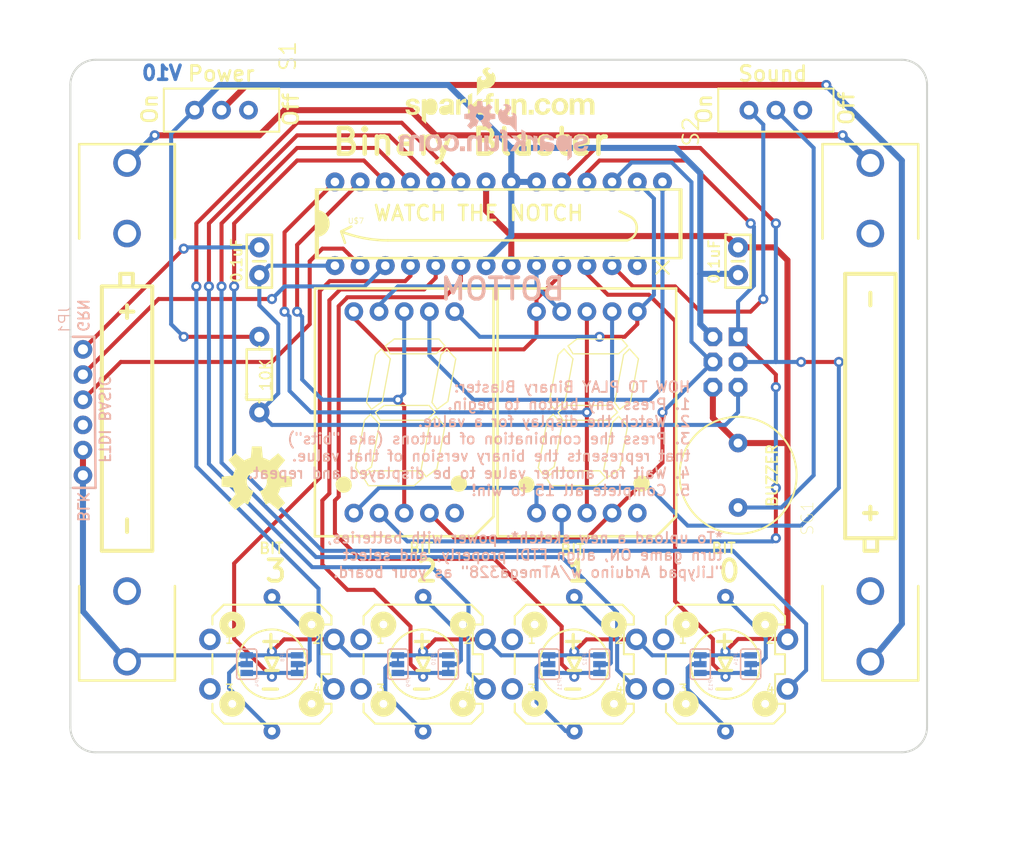
<source format=kicad_pcb>
(kicad_pcb (version 20211014) (generator pcbnew)
  (layers (0 "F.Cu" signal) (31 "B.Cu" signal) (34 "B.Paste" user) (35 "F.Paste" user) (36 "B.SilkS" user "B.Silkscreen") (37 "F.SilkS" user "F.Silkscreen") (38 "B.Mask" user) (39 "F.Mask" user) (44 "Edge.Cuts" user))
  (net 0 "")
  (net 1 "GND")
  (net 2 "3.3V")
  (net 3 "N$2")
  (net 4 "RESET")
  (net 5 "DTR")
  (net 6 "RX-I")
  (net 7 "TX-O")
  (net 8 "N$4")
  (net 9 "LED0")
  (net 10 "LED1")
  (net 11 "LED2")
  (net 12 "LED3")
  (net 13 "BUTTON0")
  (net 14 "BUTTON1")
  (net 15 "BUTTON2")
  (net 16 "BUTTON3")
  (net 17 "A")
  (net 18 "B")
  (net 19 "C")
  (net 20 "D")
  (net 21 "E")
  (net 22 "F")
  (net 23 "G")
  (net 24 "D1")
  (net 25 "D2")
  (net 26 "N$1")
  (net 27 "N$3")
  (footprint "boardEagle:TACTILE-PTH-LED-12MM-EZ" (layer "F.Cu") (at 171.3611 131.0386)
    (fp_text reference "S6" hide)
    (fp_text value "" hide)
  )
  (footprint "boardEagle:TACTILE-PTH-LED-12MM-EZ" (layer "F.Cu") (at 156.1211 131.0386)
    (fp_text reference "S5" hide)
    (fp_text value "" hide)
  )
  (footprint "boardEagle:STAND-OFF" (layer "F.Cu") (at 187.8711 73.8886)
    (fp_text reference "JP6" hide)
    (fp_text value "STAND-OFF" hide)
  )
  (footprint "boardEagle:BATTERY-AA-KIT" (layer "F.Cu") (at 185.9661 105.6386 90)
    (fp_text reference "BAT2" hide)
    (fp_text value "AA" hide)
  )
  (footprint "boardEagle:DIL28-3_KEYED-14" (layer "F.Cu") (at 148.5011 86.5886)
    (fp_text reference "U$7")
    (fp_text value "AVR-MEGA8-P-KEYED-14")
  )
  (footprint "boardEagle:SWITCH-SPDT_KIT" (layer "F.Cu") (at 176.4411 75.1586 90)
    (fp_text reference "S2")
    (fp_text value "")
  )
  (footprint "boardEagle:CAP-PTH-SMALL-KIT" (layer "F.Cu") (at 124.3711 90.3986 -90)
    (fp_text reference "C2" hide)
    (fp_text value "0.1uF" hide)
  )
  (footprint "boardEagle:SFE-NEW-WEBLOGO" (layer "F.Cu") (at 139.1031 76.5556)
    (fp_text reference "LOGO1" hide)
    (fp_text value "LOGO-SFENEW" hide)
  )
  (footprint "boardEagle:STAND-OFF" (layer "F.Cu") (at 187.8711 136.1186)
    (fp_text reference "JP2" hide)
    (fp_text value "STAND-OFF" hide)
  )
  (footprint "boardEagle:BUZZER-12MM-KIT" (layer "F.Cu") (at 172.6311 111.9886 -90)
    (fp_text reference "SG1")
    (fp_text value "BUZZER" hide)
  )
  (footprint "boardEagle:STAND-OFF" (layer "F.Cu") (at 109.1311 73.8886)
    (fp_text reference "JP5" hide)
    (fp_text value "STAND-OFF" hide)
  )
  (footprint "boardEagle:AXIAL-0.3-KIT" (layer "F.Cu") (at 124.3711 101.8286 90)
    (fp_text reference "R1")
    (fp_text value "10K")
  )
  (footprint "boardEagle:BATTERY-AA-KIT" (layer "F.Cu") (at 111.0361 105.6386 -90)
    (fp_text reference "BAT1" hide)
    (fp_text value "AA" hide)
  )
  (footprint "boardEagle:CREATIVE_COMMONS" (layer "F.Cu") (at 118.548978 148.8186)
    (fp_text reference "FRAME1" hide)
    (fp_text value "FRAME-LETTER" hide)
  )
  (footprint "boardEagle:OSHW-LOGO-L" (layer "F.Cu") (at 124.1171 112.6236)
    (fp_text reference "U$2" hide)
    (fp_text value "OSHW-LOGOL" hide)
  )
  (footprint "boardEagle:TACTILE-PTH-LED-12MM-EZ" (layer "F.Cu") (at 140.8811 131.0386)
    (fp_text reference "S4" hide)
    (fp_text value "" hide)
  )
  (footprint "boardEagle:SWITCH-SPDT_KIT" (layer "F.Cu") (at 120.5611 75.1586 -90)
    (fp_text reference "S1")
    (fp_text value "Power")
  )
  (footprint "boardEagle:7-SEGMENT-1_PTH-EZ" (layer "F.Cu") (at 138.9761 105.6386)
    (fp_text reference "U$1" hide)
    (fp_text value "7-SEGMENT-DISPLAY-1\"-REDEZ" hide)
  )
  (footprint "boardEagle:CAP-PTH-SMALL-KIT" (layer "F.Cu") (at 172.6311 90.3986 -90)
    (fp_text reference "C1" hide)
    (fp_text value "0.1uF" hide)
  )
  (footprint "boardEagle:TACTILE-PTH-LED-12MM-EZ" (layer "F.Cu") (at 125.6411 131.0386)
    (fp_text reference "S3" hide)
    (fp_text value "" hide)
  )
  (footprint "" (layer "F.Cu") (at 172.6311 111.9886)
    (fp_text reference "@HOLE0" hide)
    (fp_text value "")
  )
  (footprint "boardEagle:7-SEGMENT-1_PTH-EZ" (layer "F.Cu") (at 157.3911 105.6386)
    (fp_text reference "U$6" hide)
    (fp_text value "7-SEGMENT-DISPLAY-1\"-REDEZ" hide)
  )
  (footprint "boardEagle:STAND-OFF" (layer "F.Cu") (at 109.1311 136.1186)
    (fp_text reference "JP7" hide)
    (fp_text value "STAND-OFF" hide)
  )
  (footprint "boardEagle:SJ_3" (layer "B.Cu") (at 138.3411 131.0386 90)
    (fp_text reference "JP9")
    (fp_text value "")
  )
  (footprint "boardEagle:SJ_3" (layer "B.Cu") (at 168.8211 131.0386 90)
    (fp_text reference "JP13")
    (fp_text value "")
  )
  (footprint "boardEagle:1X06-NOSILK" (layer "B.Cu") (at 106.5911 99.2886 -90)
    (fp_text reference "JP1")
    (fp_text value "Serial" hide)
  )
  (footprint "boardEagle:SJ_3" (layer "B.Cu") (at 123.1011 131.0386 90)
    (fp_text reference "JP4")
    (fp_text value "")
  )
  (footprint "boardEagle:SJ_3" (layer "B.Cu") (at 173.9011 131.0386 -90)
    (fp_text reference "JP14")
    (fp_text value "")
  )
  (footprint "boardEagle:OSHW-LOGO-S" (layer "B.Cu") (at 146.5961 75.7936 180)
    (fp_text reference "U$3" hide)
    (fp_text value "OSHW-LOGOS" hide)
  )
  (footprint "boardEagle:SJ_3" (layer "B.Cu") (at 143.4211 131.0386 -90)
    (fp_text reference "JP10")
    (fp_text value "")
  )
  (footprint "boardEagle:SJ_3" (layer "B.Cu") (at 128.1811 131.0386 -90)
    (fp_text reference "JP8")
    (fp_text value "")
  )
  (footprint "boardEagle:SJ_3" (layer "B.Cu") (at 158.6611 131.0386 -90)
    (fp_text reference "JP12")
    (fp_text value "")
  )
  (footprint "boardEagle:SFE-NEW-WEBLOGO" (layer "B.Cu") (at 157.5181 80.2386 180)
    (fp_text reference "LOGO2" hide)
    (fp_text value "LOGO-SFENEW" hide)
  )
  (footprint "boardEagle:SJ_3" (layer "B.Cu") (at 153.5811 131.0386 90)
    (fp_text reference "JP11")
    (fp_text value "")
  )
  (footprint "boardEagle:2X3-NS" (layer "B.Cu") (at 171.3611 100.5586 -90)
    (fp_text reference "JP3" hide)
    (fp_text value "" hide)
  )
  (gr_line (start 107.7341 98.0186) (end 107.8611 113.2586) (layer "B.SilkS") (width 0.254))
  (gr_line (start 105.5751 113.2586) (end 107.8611 113.2586) (layer "B.SilkS") (width 0.254))
  (gr_line (start 105.5751 98.0186) (end 107.7341 98.0186) (layer "B.SilkS") (width 0.254))
  (gr_line (start 132.6261 87.4014) (end 133.0071 88.5444) (layer "F.SilkS") (width 0.254))
  (gr_arc (start 161.7091 85.8774) (mid 162.418206 87.171912) (end 161.4551 88.290402) (layer "F.SilkS") (width 0.254))
  (gr_arc (start 137.3251 88.2904) (mid 134.933922 88.066196) (end 132.6261 87.4014) (layer "F.SilkS") (width 0.254))
  (gr_line (start 132.6261 87.4014) (end 133.6421 86.8934) (layer "F.SilkS") (width 0.254))
  (gr_line (start 161.4551 88.2904) (end 137.3251 88.2904) (layer "F.SilkS") (width 0.254))
  (gr_line (start 160.6931 85.3694) (end 161.7091 85.8774) (layer "F.SilkS") (width 0.254))
  (gr_arc (start 191.6811 137.3886) (mid 190.937151 139.184651) (end 189.1411 139.9286) (layer "Edge.Cuts") (width 0.2032))
  (gr_line (start 107.8611 139.9286) (end 189.1411 139.9286) (layer "Edge.Cuts") (width 0.2032))
  (gr_line (start 105.3211 72.6186) (end 105.3211 137.3886) (layer "Edge.Cuts") (width 0.2032))
  (gr_line (start 191.6811 137.3886) (end 191.6811 72.6186) (layer "Edge.Cuts") (width 0.2032))
  (gr_line (start 189.1411 70.0786) (end 107.8611 70.0786) (layer "Edge.Cuts") (width 0.2032))
  (gr_arc (start 189.1411 70.0786) (mid 190.937151 70.822549) (end 191.6811 72.6186) (layer "Edge.Cuts") (width 0.2032))
  (gr_arc (start 105.3211 72.6186) (mid 106.065049 70.822549) (end 107.8611 70.0786) (layer "Edge.Cuts") (width 0.2032))
  (gr_arc (start 107.8611 139.9286) (mid 106.065049 139.184651) (end 105.3211 137.3886) (layer "Edge.Cuts") (width 0.2032))
  (gr_text "V10" (at 116.7511 72.2376) (layer "B.Cu") (effects (font (size 1.4224 1.4224) (thickness 0.3556)) (justify left bottom mirror)))
  (gr_text "HOW TO PLAY Binary Blaster:\n1. Press any button to begin.\n2. Watch the display for a value.\n3. Press the combination of buttons (aka \"bits\")\nthat represents the binary version of that value.\n4. Wait for another value to be displayed and repeat.\n5. Complete all 15 to win!" (at 167.9321 114.1476) (layer "B.SilkS") (effects (font (size 1.0795 1.0795) (thickness 0.1905)) (justify left bottom mirror)))
  (gr_text "FTDI BASIC" (at 108.1151 110.8456 -90) (layer "B.SilkS") (effects (font (size 1.0795 1.0795) (thickness 0.1905)) (justify left bottom mirror)))
  (gr_text "*To upload a new sketch*: power with batteries, \nturn game ON, align FTDI properly, and select \n\"Lilypad Arduino w/ATmega328\" as your board." (at 171.2341 122.4026) (layer "B.SilkS") (effects (font (size 1.0795 1.0795) (thickness 0.1905)) (justify left bottom mirror)))
  (gr_text "BOTTOM" (at 155.3591 94.4626) (layer "B.SilkS") (effects (font (size 2.159 2.159) (thickness 0.381)) (justify left bottom mirror)))
  (gr_text "GRN" (at 105.9561 97.6376 -90) (layer "B.SilkS") (effects (font (size 1.0795 1.0795) (thickness 0.1905)) (justify left bottom mirror)))
  (gr_text "BLK" (at 105.9561 116.8146 -90) (layer "B.SilkS") (effects (font (size 1.0795 1.0795) (thickness 0.1905)) (justify left bottom mirror)))
  (gr_text "2" (at 139.9921 122.9106) (layer "F.SilkS") (effects (font (size 2.159 2.159) (thickness 0.381)) (justify left bottom)))
  (gr_text "0.1uF" (at 122.7201 92.6846 90) (layer "F.SilkS") (effects (font (size 1.0795 1.0795) (thickness 0.1905)) (justify left bottom)))
  (gr_text "1" (at 155.2321 122.9106) (layer "F.SilkS") (effects (font (size 2.159 2.159) (thickness 0.381)) (justify left bottom)))
  (gr_text "BIT" (at 154.5971 120.1166) (layer "F.SilkS") (effects (font (size 1.0795 1.0795) (thickness 0.1905)) (justify left bottom)))
  (gr_text "Binary Blaster" (at 131.4831 79.883) (layer "F.SilkS") (effects (font (size 2.5908 2.5908) (thickness 0.4572)) (justify left bottom)))
  (gr_text "BIT" (at 124.2441 119.9896) (layer "F.SilkS") (effects (font (size 1.0795 1.0795) (thickness 0.1905)) (justify left bottom)))
  (gr_text "Off" (at 128.4351 76.9366 90) (layer "F.SilkS") (effects (font (size 1.5113 1.5113) (thickness 0.2667)) (justify left bottom)))
  (gr_text "0.1uF" (at 170.8531 92.8116 90) (layer "F.SilkS") (effects (font (size 1.0795 1.0795) (thickness 0.1905)) (justify left bottom)))
  (gr_text "On" (at 170.0911 76.6826 90) (layer "F.SilkS") (effects (font (size 1.5113 1.5113) (thickness 0.2667)) (justify left bottom)))
  (gr_text "Power" (at 117.0051 72.3646) (layer "F.SilkS") (effects (font (size 1.5113 1.5113) (thickness 0.2667)) (justify left bottom)))
  (gr_text "BUZZER" (at 176.6951 115.2906 90) (layer "F.SilkS") (effects (font (size 1.0795 1.0795) (thickness 0.1905)) (justify left bottom)))
  (gr_text "0" (at 170.4721 122.9106) (layer "F.SilkS") (effects (font (size 2.159 2.159) (thickness 0.381)) (justify left bottom)))
  (gr_text "Off" (at 184.4421 76.8096 90) (layer "F.SilkS") (effects (font (size 1.5113 1.5113) (thickness 0.2667)) (justify left bottom)))
  (gr_text "WATCH THE NOTCH" (at 135.7503 86.4362) (layer "F.SilkS") (effects (font (size 1.5113 1.5113) (thickness 0.2667)) (justify left bottom)))
  (gr_text "On" (at 114.2111 76.6826 90) (layer "F.SilkS") (effects (font (size 1.5113 1.5113) (thickness 0.2667)) (justify left bottom)))
  (gr_text "BIT" (at 169.8371 119.9896) (layer "F.SilkS") (effects (font (size 1.0795 1.0795) (thickness 0.1905)) (justify left bottom)))
  (gr_text "3" (at 124.7521 122.9106) (layer "F.SilkS") (effects (font (size 2.159 2.159) (thickness 0.381)) (justify left bottom)))
  (gr_text "Sound" (at 172.5041 72.3646) (layer "F.SilkS") (effects (font (size 1.5113 1.5113) (thickness 0.2667)) (justify left bottom)))
  (gr_text "BIT" (at 139.3571 119.9896) (layer "F.SilkS") (effects (font (size 1.0795 1.0795) (thickness 0.1905)) (justify left bottom)))
  (segment (start 131.8911 128.5386) (end 126.8711 128.5386) (width 0.4064) (layer "F.Cu") (net 1))
  (segment (start 147.1311 128.5386) (end 142.1111 128.5386) (width 0.4064) (layer "F.Cu") (net 1))
  (segment (start 126.8711 128.5386) (end 125.6411 129.7686) (width 0.4064) (layer "F.Cu") (net 1))
  (segment (start 177.5711 128.4986) (end 177.6111 128.5386) (width 0.4064) (layer "F.Cu") (net 1))
  (segment (start 177.6111 90.2986) (end 177.6111 108.7386) (width 0.6096) (layer "F.Cu") (net 1))
  (segment (start 170.0911 106.1986) (end 172.6311 108.7386) (width 0.6096) (layer "F.Cu") (net 1))
  (segment (start 171.3611 129.7686) (end 172.6311 128.4986) (width 0.4064) (layer "F.Cu") (net 1))
  (segment (start 171.4881 87.8586) (end 172.6311 89.0016) (width 0.6096) (layer "F.Cu") (net 1))
  (segment (start 172.6311 128.4986) (end 177.5711 128.4986) (width 0.4064) (layer "F.Cu") (net 1))
  (segment (start 172.6311 89.0016) (end 176.3141 89.0016) (width 0.6096) (layer "F.Cu") (net 1))
  (segment (start 156.1211 129.7686) (end 157.3511 128.5386) (width 0.4064) (layer "F.Cu") (net 1))
  (segment (start 170.0911 103.0986) (end 170.0911 106.1986) (width 0.6096) (layer "F.Cu") (net 1))
  (segment (start 177.6111 90.2986) (end 176.3141 89.0016) (width 0.6096) (layer "F.Cu") (net 1))
  (segment (start 172.6311 108.7386) (end 177.6111 108.7386) (width 0.6096) (layer "F.Cu") (net 1))
  (segment (start 106.5911 111.9886) (end 106.5911 109.4486) (width 0.6096) (layer "F.Cu") (net 1))
  (segment (start 147.2311 85.3186) (end 149.7711 87.8586) (width 0.6096) (layer "F.Cu") (net 1))
  (segment (start 177.6111 108.7386) (end 177.6111 128.5386) (width 0.6096) (layer "F.Cu") (net 1))
  (segment (start 157.3511 128.5386) (end 162.3711 128.5386) (width 0.4064) (layer "F.Cu") (net 1))
  (segment (start 142.1111 128.5386) (end 140.8811 129.7686) (width 0.4064) (layer "F.Cu") (net 1))
  (segment (start 149.7711 87.8586) (end 149.7711 90.8431) (width 0.6096) (layer "F.Cu") (net 1))
  (segment (start 149.7711 87.8586) (end 171.4881 87.8586) (width 0.6096) (layer "F.Cu") (net 1))
  (segment (start 147.2311 82.3976) (end 147.2311 85.3186) (width 0.6096) (layer "F.Cu") (net 1))
  (via (at 140.8811 129.7686) (size 1.016) (drill 0.508) (layers "F.Cu" "B.Cu") (net 1))
  (via (at 125.6411 129.7686) (size 1.016) (drill 0.508) (layers "F.Cu" "B.Cu") (net 1))
  (via (at 171.3611 129.7686) (size 1.016) (drill 0.508) (layers "F.Cu" "B.Cu") (net 1))
  (via (at 156.1211 129.7686) (size 1.016) (drill 0.508) (layers "F.Cu" "B.Cu") (net 1))
  (segment (start 133.5021 130.1496) (end 131.8911 128.5386) (width 0.4064) (layer "B.Cu") (net 1))
  (segment (start 171.3611 137.3886) (end 167.5511 133.5786) (width 0.4064) (layer "B.Cu") (net 1))
  (segment (start 155.7401 130.1496) (end 156.1211 129.7686) (width 0.4064) (layer "B.Cu") (net 1))
  (segment (start 126.0221 130.1496) (end 125.6411 129.7686) (width 0.4064) (layer "B.Cu") (net 1))
  (segment (start 156.5021 130.1496) (end 156.1211 129.7686) (width 0.4064) (layer "B.Cu") (net 1))
  (segment (start 138.3411 130.1496) (end 133.5021 130.1496) (width 0.4064) (layer "B.Cu") (net 1))
  (segment (start 153.5811 131.0386) (end 152.6921 131.0386) (width 0.4064) (layer "B.Cu") (net 1))
  (segment (start 173.9011 130.1496) (end 171.7421 130.1496) (width 0.4064) (layer "B.Cu") (net 1))
  (segment (start 140.8811 129.7686) (end 140.5001 130.1496) (width 0.4064) (layer "B.Cu") (net 1))
  (segment (start 122.2121 131.0386) (end 123.1011 131.0386) (width 0.4064) (layer "B.Cu") (net 1))
  (segment (start 152.3111 131.4196) (end 152.3111 134.8486) (width 0.4064) (layer "B.Cu") (net 1))
  (segment (start 138.3411 130.1496) (end 140.5001 130.1496) (width 0.4064) (layer "B.Cu") (net 1))
  (segment (start 125.6411 129.7686) (end 125.2601 130.1496) (width 0.4064) (layer "B.Cu") (net 1))
  (segment (start 171.3611 137.7886) (end 171.3611 137.3886) (width 0.4064) (layer "B.Cu") (net 1))
  (segment (start 128.1811 130.1496) (end 126.0221 130.1496) (width 0.4064) (layer "B.Cu") (net 1))
  (segment (start 111.6711 130.1496) (end 123.1011 130.1496) (width 0.4064) (layer "B.Cu") (net 1))
  (segment (start 123.1011 130.1496) (end 123.1011 131.0386) (width 0.2032) (layer "B.Cu") (net 1))
  (segment (start 121.3231 133.4706) (end 121.3231 131.9276) (width 0.4064) (layer "B.Cu") (net 1))
  (segment (start 148.7421 130.1496) (end 147.1311 128.5386) (width 0.4064) (layer "B.Cu") (net 1))
  (segment (start 155.2511 137.7886) (end 152.3111 134.8486) (width 0.4064) (layer "B.Cu") (net 1))
  (segment (start 153.5811 130.1496) (end 148.7421 130.1496) (width 0.4064) (layer "B.Cu") (net 1))
  (segment (start 167.5511 131.4196) (end 167.5511 133.5786) (width 0.4064) (layer "B.Cu") (net 1))
  (segment (start 138.3411 131.0386) (end 137.4521 131.0386) (width 0.4064) (layer "B.Cu") (net 1))
  (segment (start 123.1011 130.1496) (end 125.2601 130.1496) (width 0.4064) (layer "B.Cu") (net 1))
  (segment (start 106.5911 125.7046) (end 106.5911 111.9886) (width 0.6096) (layer "B.Cu") (net 1))
  (segment (start 137.4521 131.0386) (end 137.0711 131.4196) (width 0.4064) (layer "B.Cu") (net 1))
  (segment (start 156.1211 137.7886) (end 155.2511 137.7886) (width 0.4064) (layer "B.Cu") (net 1))
  (segment (start 152.6921 131.0386) (end 152.3111 131.4196) (width 0.4064) (layer "B.Cu") (net 1))
  (segment (start 171.7421 130.1496) (end 171.3611 129.7686) (width 0.4064) (layer "B.Cu") (net 1))
  (segment (start 111.0361 130.7846) (end 106.5911 125.7046) (width 0.6096) (layer "B.Cu") (net 1))
  (segment (start 143.4211 130.1496) (end 141.2621 130.1496) (width 0.4064) (layer "B.Cu") (net 1))
  (segment (start 170.9801 130.1496) (end 171.3611 129.7686) (width 0.4064) (layer "B.Cu") (net 1))
  (segment (start 111.0361 130.7846) (end 111.6711 130.1496) (width 0.4064) (layer "B.Cu") (net 1))
  (segment (start 137.0711 131.4196) (end 137.0711 133.9786) (width 0.4064) (layer "B.Cu") (net 1))
  (segment (start 153.5811 130.1496) (end 153.5811 131.0386) (width 0.2032) (layer "B.Cu") (net 1))
  (segment (start 167.9321 131.0386) (end 167.5511 131.4196) (width 0.4064) (layer "B.Cu") (net 1))
  (segment (start 168.8211 130.1496) (end 170.9801 130.1496) (width 0.4064) (layer "B.Cu") (net 1))
  (segment (start 125.6411 137.7886) (end 121.3231 133.4706) (width 0.4064) (layer "B.Cu") (net 1))
  (segment (start 168.8211 131.0386) (end 167.9321 131.0386) (width 0.4064) (layer "B.Cu") (net 1))
  (segment (start 137.0711 133.9786) (end 140.8811 137.7886) (width 0.4064) (layer "B.Cu") (net 1))
  (segment (start 138.3411 130.1496) (end 138.3411 131.0386) (width 0.2032) (layer "B.Cu") (net 1))
  (segment (start 141.2621 130.1496) (end 140.8811 129.7686) (width 0.4064) (layer "B.Cu") (net 1))
  (segment (start 168.8211 130.1496) (end 163.9821 130.1496) (width 0.4064) (layer "B.Cu") (net 1))
  (segment (start 158.6611 130.1496) (end 156.5021 130.1496) (width 0.4064) (layer "B.Cu") (net 1))
  (segment (start 168.8211 130.1496) (end 168.8211 131.0386) (width 0.2032) (layer "B.Cu") (net 1))
  (segment (start 121.3231 131.9276) (end 122.2121 131.0386) (width 0.4064) (layer "B.Cu") (net 1))
  (segment (start 153.5811 130.1496) (end 155.7401 130.1496) (width 0.4064) (layer "B.Cu") (net 1))
  (segment (start 163.9821 130.1496) (end 162.3711 128.5386) (width 0.4064) (layer "B.Cu") (net 1))
  (segment (start 124.3711 98.0186) (end 116.7511 98.0186) (width 0.4064) (layer "F.Cu") (net 2))
  (via (at 116.7511 98.0186) (size 1.016) (drill 0.508) (layers "F.Cu" "B.Cu") (net 2))
  (segment (start 143.4211 72.6186) (end 120.3833 72.6186) (width 0.6096) (layer "B.Cu") (net 2))
  (segment (start 172.6311 91.7956) (end 172.5041 91.6686) (width 0.6096) (layer "B.Cu") (net 2))
  (segment (start 147.2311 90.3986) (end 147.2311 90.8431) (width 0.6096) (layer "B.Cu") (net 2))
  (segment (start 170.0911 98.0186) (end 168.8211 96.7486) (width 0.6096) (layer "B.Cu") (net 2))
  (segment (start 166.2811 78.9686) (end 168.8211 81.5086) (width 0.6096) (layer "B.Cu") (net 2))
  (segment (start 149.7711 82.3976) (end 149.7711 78.9686) (width 0.6096) (layer "B.Cu") (net 2))
  (segment (start 149.7711 82.3976) (end 152.3111 82.3976) (width 0.6096) (layer "B.Cu") (net 2))
  (segment (start 116.7511 98.0186) (end 115.4811 96.7486) (width 0.4064) (layer "B.Cu") (net 2))
  (segment (start 120.3833 72.6186) (end 117.8433 75.1586) (width 0.6096) (layer "B.Cu") (net 2))
  (segment (start 149.7711 78.9686) (end 143.4211 72.6186) (width 0.6096) (layer "B.Cu") (net 2))
  (segment (start 166.2811 78.9686) (end 149.7711 78.9686) (width 0.6096) (layer "B.Cu") (net 2))
  (segment (start 172.5041 91.6686) (end 168.8211 91.6686) (width 0.6096) (layer "B.Cu") (net 2))
  (segment (start 115.4811 96.7486) (end 115.4811 77.5208) (width 0.4064) (layer "B.Cu") (net 2))
  (segment (start 168.8211 91.6686) (end 168.8211 81.5086) (width 0.6096) (layer "B.Cu") (net 2))
  (segment (start 149.7711 87.8586) (end 147.2311 90.3986) (width 0.6096) (layer "B.Cu") (net 2))
  (segment (start 149.7711 82.3976) (end 149.7711 87.8586) (width 0.6096) (layer "B.Cu") (net 2))
  (segment (start 115.4811 77.5208) (end 117.8433 75.1586) (width 0.4064) (layer "B.Cu") (net 2))
  (segment (start 168.8211 96.7486) (end 168.8211 91.6686) (width 0.6096) (layer "B.Cu") (net 2))
  (segment (start 123.1011 72.6186) (end 120.5611 75.1586) (width 0.6096) (layer "F.Cu") (net 3))
  (segment (start 181.5211 72.6186) (end 123.1011 72.6186) (width 0.6096) (layer "F.Cu") (net 3))
  (via (at 181.5211 72.6186) (size 1.016) (drill 0.508) (layers "F.Cu" "B.Cu") (net 3))
  (segment (start 185.9661 130.7846) (end 189.1411 126.9746) (width 0.6096) (layer "B.Cu") (net 3))
  (segment (start 189.1411 80.2386) (end 181.5211 72.6186) (width 0.6096) (layer "B.Cu") (net 3))
  (segment (start 189.1411 126.9746) (end 189.1411 80.2386) (width 0.6096) (layer "B.Cu") (net 3))
  (segment (start 124.3711 94.8436) (end 126.2761 96.7486) (width 0.4064) (layer "B.Cu") (net 4))
  (segment (start 172.6311 103.0986) (end 172.6311 105.6386) (width 0.4064) (layer "B.Cu") (net 4))
  (segment (start 171.3611 106.9086) (end 125.6411 106.9086) (width 0.4064) (layer "B.Cu") (net 4))
  (segment (start 126.2761 96.7486) (end 126.2761 103.7336) (width 0.4064) (layer "B.Cu") (net 4))
  (segment (start 126.2761 103.7336) (end 124.3711 105.6386) (width 0.4064) (layer "B.Cu") (net 4))
  (segment (start 131.9911 90.8431) (end 125.3236 90.8431) (width 0.4064) (layer "B.Cu") (net 4))
  (segment (start 125.6411 106.9086) (end 124.3711 105.6386) (width 0.4064) (layer "B.Cu") (net 4))
  (segment (start 124.3711 91.7956) (end 124.3711 94.8436) (width 0.4064) (layer "B.Cu") (net 4))
  (segment (start 125.3236 90.8431) (end 124.3711 91.7956) (width 0.4064) (layer "B.Cu") (net 4))
  (segment (start 172.6311 105.6386) (end 171.3611 106.9086) (width 0.4064) (layer "B.Cu") (net 4))
  (segment (start 116.7511 89.1286) (end 106.5911 99.2886) (width 0.4064) (layer "F.Cu") (net 5))
  (via (at 116.7511 89.1286) (size 1.016) (drill 0.508) (layers "F.Cu" "B.Cu") (net 5))
  (segment (start 124.3711 89.0016) (end 116.8781 89.0016) (width 0.4064) (layer "B.Cu") (net 5))
  (segment (start 116.8781 89.0016) (end 116.7511 89.1286) (width 0.4064) (layer "B.Cu") (net 5))
  (segment (start 130.7211 89.1286) (end 132.8166 89.1286) (width 0.4064) (layer "F.Cu") (net 6))
  (segment (start 132.8166 89.1286) (end 134.5311 90.8431) (width 0.4064) (layer "F.Cu") (net 6))
  (segment (start 106.5911 104.3686) (end 110.4011 100.5586) (width 0.4064) (layer "F.Cu") (net 6))
  (segment (start 129.4511 90.3986) (end 130.7211 89.1286) (width 0.4064) (layer "F.Cu") (net 6))
  (segment (start 125.6411 100.5586) (end 129.4511 96.7486) (width 0.4064) (layer "F.Cu") (net 6))
  (segment (start 129.4511 96.7486) (end 129.4511 90.3986) (width 0.4064) (layer "F.Cu") (net 6))
  (segment (start 110.4011 100.5586) (end 125.6411 100.5586) (width 0.4064) (layer "F.Cu") (net 6))
  (segment (start 125.6411 94.2086) (end 114.2111 94.2086) (width 0.4064) (layer "F.Cu") (net 7))
  (segment (start 114.2111 94.2086) (end 106.5911 101.8286) (width 0.4064) (layer "F.Cu") (net 7))
  (via (at 125.6411 94.2086) (size 1.016) (drill 0.508) (layers "F.Cu" "B.Cu") (net 7))
  (segment (start 125.6411 94.2086) (end 126.9111 92.9386) (width 0.4064) (layer "B.Cu") (net 7))
  (segment (start 134.9756 92.9386) (end 137.0711 90.8431) (width 0.4064) (layer "B.Cu") (net 7))
  (segment (start 126.9111 92.9386) (end 134.9756 92.9386) (width 0.4064) (layer "B.Cu") (net 7))
  (segment (start 126.9111 75.1586) (end 139.6111 75.1586) (width 0.6096) (layer "F.Cu") (net 8))
  (segment (start 139.6111 75.1586) (end 142.1511 77.6986) (width 0.6096) (layer "F.Cu") (net 8))
  (segment (start 124.3711 77.6986) (end 126.9111 75.1586) (width 0.6096) (layer "F.Cu") (net 8))
  (segment (start 113.8301 77.6986) (end 124.3711 77.6986) (width 0.6096) (layer "F.Cu") (net 8))
  (segment (start 183.1721 77.6986) (end 142.1511 77.6986) (width 0.6096) (layer "F.Cu") (net 8))
  (via (at 113.8301 77.6986) (size 1.016) (drill 0.508) (layers "F.Cu" "B.Cu") (net 8))
  (via (at 183.1721 77.6986) (size 1.016) (drill 0.508) (layers "F.Cu" "B.Cu") (net 8))
  (segment (start 111.0361 80.4926) (end 113.8301 77.6986) (width 0.6096) (layer "B.Cu") (net 8))
  (segment (start 185.9661 80.4926) (end 183.1721 77.6986) (width 0.6096) (layer "B.Cu") (net 8))
  (segment (start 121.8311 128.4986) (end 125.6411 132.3086) (width 0.4064) (layer "F.Cu") (net 9))
  (segment (start 139.6111 91.8718) (end 139.0777 92.4052) (width 0.4064) (layer "F.Cu") (net 9))
  (segment (start 130.4671 112.2426) (end 121.8311 120.8786) (width 0.4064) (layer "F.Cu") (net 9))
  (segment (start 139.6111 90.8431) (end 139.6111 91.8718) (width 0.4064) (layer "F.Cu") (net 9))
  (segment (start 139.0777 92.4052) (end 131.4577 92.4052) (width 0.4064) (layer "F.Cu") (net 9))
  (segment (start 130.4671 112.2426) (end 130.4671 93.3958) (width 0.4064) (layer "F.Cu") (net 9))
  (segment (start 131.4577 92.4052) (end 130.4671 93.3958) (width 0.4064) (layer "F.Cu") (net 9))
  (segment (start 121.8311 120.8786) (end 121.8311 128.4986) (width 0.4064) (layer "F.Cu") (net 9))
  (via (at 125.6411 132.3086) (size 1.016) (drill 0.508) (layers "F.Cu" "B.Cu") (net 9))
  (segment (start 125.2601 131.9276) (end 123.1011 131.9276) (width 0.4064) (layer "B.Cu") (net 9))
  (segment (start 126.0221 131.9276) (end 125.6411 132.3086) (width 0.4064) (layer "B.Cu") (net 9))
  (segment (start 125.6411 132.3086) (end 125.2601 131.9276) (width 0.4064) (layer "B.Cu") (net 9))
  (segment (start 129.4511 130.6576) (end 129.4511 128.0986) (width 0.4064) (layer "B.Cu") (net 9))
  (segment (start 129.0701 131.0386) (end 129.4511 130.6576) (width 0.4064) (layer "B.Cu") (net 9))
  (segment (start 128.1811 131.0386) (end 128.1811 131.9276) (width 0.2032) (layer "B.Cu") (net 9))
  (segment (start 128.1811 131.0386) (end 129.0701 131.0386) (width 0.4064) (layer "B.Cu") (net 9))
  (segment (start 129.4511 128.0986) (end 125.6411 124.2886) (width 0.4064) (layer "B.Cu") (net 9))
  (segment (start 128.1811 131.9276) (end 126.0221 131.9276) (width 0.4064) (layer "B.Cu") (net 9))
  (segment (start 131.4323 113.8174) (end 130.7211 114.5286) (width 0.4064) (layer "F.Cu") (net 10))
  (segment (start 132.5245 93.2434) (end 131.4323 94.3356) (width 0.4064) (layer "F.Cu") (net 10))
  (segment (start 130.7211 114.5286) (end 130.7211 121.0056) (width 0.4064) (layer "F.Cu") (net 10))
  (segment (start 140.9827 93.2434) (end 132.5245 93.2434) (width 0.4064) (layer "F.Cu") (net 10))
  (segment (start 142.1511 92.075) (end 140.9827 93.2434) (width 0.4064) (layer "F.Cu") (net 10))
  (segment (start 140.8811 132.3086) (end 139.6111 131.0386) (width 0.4064) (layer "F.Cu") (net 10))
  (segment (start 142.1511 90.8431) (end 142.1511 92.075) (width 0.4064) (layer "F.Cu") (net 10))
  (segment (start 131.4323 113.8174) (end 131.4323 94.3356) (width 0.4064) (layer "F.Cu") (net 10))
  (segment (start 139.6111 127.2286) (end 135.9281 123.5456) (width 0.4064) (layer "F.Cu") (net 10))
  (segment (start 139.6111 131.0386) (end 139.6111 127.2286) (width 0.4064) (layer "F.Cu") (net 10))
  (segment (start 135.9281 123.5456) (end 133.2611 123.5456) (width 0.4064) (layer "F.Cu") (net 10))
  (segment (start 130.7211 121.0056) (end 133.2611 123.5456) (width 0.4064) (layer "F.Cu") (net 10))
  (via (at 140.8811 132.3086) (size 1.016) (drill 0.508) (layers "F.Cu" "B.Cu") (net 10))
  (segment (start 143.4211 131.9276) (end 141.2621 131.9276) (width 0.4064) (layer "B.Cu") (net 10))
  (segment (start 144.6911 130.6576) (end 144.6911 128.0986) (width 0.4064) (layer "B.Cu") (net 10))
  (segment (start 140.5001 131.9276) (end 140.8811 132.3086) (width 0.4064) (layer "B.Cu") (net 10))
  (segment (start 144.3101 131.0386) (end 144.6911 130.6576) (width 0.4064) (layer "B.Cu") (net 10))
  (segment (start 143.4211 131.0386) (end 144.3101 131.0386) (width 0.4064) (layer "B.Cu") (net 10))
  (segment (start 138.3411 131.9276) (end 140.5001 131.9276) (width 0.4064) (layer "B.Cu") (net 10))
  (segment (start 143.4211 131.0386) (end 143.4211 131.9276) (width 0.2032) (layer "B.Cu") (net 10))
  (segment (start 141.2621 131.9276) (end 140.8811 132.3086) (width 0.4064) (layer "B.Cu") (net 10))
  (segment (start 144.6911 128.0986) (end 140.8811 124.2886) (width 0.4064) (layer "B.Cu") (net 10))
  (segment (start 144.6911 90.8431) (end 144.6911 92.3798) (width 0.4064) (layer "F.Cu") (net 11))
  (segment (start 131.9911 114.5286) (end 131.9911 117.8814) (width 0.4064) (layer "F.Cu") (net 11))
  (segment (start 154.8511 131.0386) (end 154.8511 127.2286) (width 0.4064) (layer "F.Cu") (net 11))
  (segment (start 143.0401 94.0308) (end 133.2357 94.0308) (width 0.4064) (layer "F.Cu") (net 11))
  (segment (start 133.2357 94.0562) (end 132.3721 94.9198) (width 0.4064) (layer "F.Cu") (net 11))
  (segment (start 134.5311 120.4214) (end 148.0439 120.4214) (width 0.4064) (layer "F.Cu") (net 11))
  (segment (start 133.2357 94.0308) (end 133.2357 94.0562) (width 0.4064) (layer "F.Cu") (net 11))
  (segment (start 156.1211 132.3086) (end 154.8511 131.0386) (width 0.4064) (layer "F.Cu") (net 11))
  (segment (start 132.3721 114.1476) (end 131.9911 114.5286) (width 0.4064) (layer "F.Cu") (net 11))
  (segment (start 131.9911 117.8814) (end 134.5311 120.4214) (width 0.4064) (layer "F.Cu") (net 11))
  (segment (start 132.3721 114.1476) (end 132.3721 94.9198) (width 0.4064) (layer "F.Cu") (net 11))
  (segment (start 144.6911 92.3798) (end 143.0401 94.0308) (width 0.4064) (layer "F.Cu") (net 11))
  (segment (start 154.8511 127.2286) (end 148.0439 120.4214) (width 0.4064) (layer "F.Cu") (net 11))
  (via (at 156.1211 132.3086) (size 1.016) (drill 0.508) (layers "F.Cu" "B.Cu") (net 11))
  (segment (start 153.5811 131.9276) (end 155.7401 131.9276) (width 0.4064) (layer "B.Cu") (net 11))
  (segment (start 159.8041 127.9716) (end 159.8041 130.9116) (width 0.4064) (layer "B.Cu") (net 11))
  (segment (start 159.6771 131.0386) (end 158.6611 131.0386) (width 0.4064) (layer "B.Cu") (net 11))
  (segment (start 158.6611 131.0386) (end 158.6611 131.9276) (width 0.2032) (layer "B.Cu") (net 11))
  (segment (start 159.8041 130.9116) (end 159.6771 131.0386) (width 0.4064) (layer "B.Cu") (net 11))
  (segment (start 158.6611 131.9276) (end 156.5021 131.9276) (width 0.4064) (layer "B.Cu") (net 11))
  (segment (start 156.5021 131.9276) (end 156.1211 132.3086) (width 0.4064) (layer "B.Cu") (net 11))
  (segment (start 156.1211 124.2886) (end 159.8041 127.9716) (width 0.4064) (layer "B.Cu") (net 11))
  (segment (start 155.7401 131.9276) (end 156.1211 132.3086) (width 0.4064) (layer "B.Cu") (net 11))
  (segment (start 163.6395 93.7768) (end 166.2811 96.4184) (width 0.4064) (layer "F.Cu") (net 12))
  (segment (start 159.4993 93.7768) (end 163.6395 93.7768) (width 0.4064) (layer "F.Cu") (net 12))
  (segment (start 170.0911 131.0386) (end 170.0911 128.4986) (width 0.4064) (layer "F.Cu") (net 12))
  (segment (start 157.3911 90.8431) (end 157.3911 91.6686) (width 0.4064) (layer "F.Cu") (net 12))
  (segment (start 171.3611 132.3086) (end 170.0911 131.0386) (width 0.4064) (layer "F.Cu") (net 12))
  (segment (start 170.0911 128.4986) (end 166.2811 124.6886) (width 0.4064) (layer "F.Cu") (net 12))
  (segment (start 157.3911 91.6686) (end 159.4993 93.7768) (width 0.4064) (layer "F.Cu") (net 12))
  (segment (start 166.2811 96.4184) (end 166.2811 124.6886) (width 0.4064) (layer "F.Cu") (net 12))
  (via (at 171.3611 132.3086) (size 1.016) (drill 0.508) (layers "F.Cu" "B.Cu") (net 12))
  (segment (start 173.9011 131.9276) (end 171.7421 131.9276) (width 0.4064) (layer "B.Cu") (net 12))
  (segment (start 174.7901 131.0386) (end 175.4251 130.4036) (width 0.4064) (layer "B.Cu") (net 12))
  (segment (start 175.4251 128.3526) (end 171.3611 124.2886) (width 0.4064) (layer "B.Cu") (net 12))
  (segment (start 175.4251 130.4036) (end 175.4251 128.3526) (width 0.4064) (layer "B.Cu") (net 12))
  (segment (start 170.9801 131.9276) (end 171.3611 132.3086) (width 0.4064) (layer "B.Cu") (net 12))
  (segment (start 173.9011 131.0386) (end 174.7901 131.0386) (width 0.4064) (layer "B.Cu") (net 12))
  (segment (start 171.7421 131.9276) (end 171.3611 132.3086) (width 0.4064) (layer "B.Cu") (net 12))
  (segment (start 173.9011 131.0386) (end 173.9011 131.9276) (width 0.2032) (layer "B.Cu") (net 12))
  (segment (start 168.8211 131.9276) (end 170.9801 131.9276) (width 0.4064) (layer "B.Cu") (net 12))
  (segment (start 128.1811 76.4286) (end 138.7221 76.4286) (width 0.4064) (layer "F.Cu") (net 13))
  (segment (start 118.0211 86.5886) (end 128.1811 76.4286) (width 0.4064) (layer "F.Cu") (net 13))
  (segment (start 118.0211 92.9386) (end 118.0211 86.5886) (width 0.4064) (layer "F.Cu") (net 13))
  (segment (start 144.6911 82.3976) (end 138.7221 76.4286) (width 0.4064) (layer "F.Cu") (net 13))
  (via (at 118.0211 92.9386) (size 1.016) (drill 0.508) (layers "F.Cu" "B.Cu") (net 13))
  (segment (start 130.3401 131.9876) (end 130.3401 123.4186) (width 0.4064) (layer "B.Cu") (net 13))
  (segment (start 131.8911 133.5386) (end 130.3401 131.9876) (width 0.4064) (layer "B.Cu") (net 13))
  (segment (start 118.0211 111.0996) (end 118.0211 92.9386) (width 0.4064) (layer "B.Cu") (net 13))
  (segment (start 130.3401 123.4186) (end 118.0211 111.0996) (width 0.4064) (layer "B.Cu") (net 13))
  (segment (start 119.2911 86.5886) (end 128.1811 77.6986) (width 0.4064) (layer "F.Cu") (net 14))
  (segment (start 128.1811 77.6986) (end 137.4521 77.6986) (width 0.4064) (layer "F.Cu") (net 14))
  (segment (start 119.2911 92.9386) (end 119.2911 86.5886) (width 0.4064) (layer "F.Cu") (net 14))
  (segment (start 142.1511 82.3976) (end 137.4521 77.6986) (width 0.4064) (layer "F.Cu") (net 14))
  (via (at 119.2911 92.9386) (size 1.016) (drill 0.508) (layers "F.Cu" "B.Cu") (net 14))
  (segment (start 119.2911 110.8456) (end 119.2911 92.9386) (width 0.4064) (layer "B.Cu") (net 14))
  (segment (start 145.4531 131.8606) (end 145.4531 124.9426) (width 0.4064) (layer "B.Cu") (net 14))
  (segment (start 141.7701 121.2596) (end 129.7051 121.2596) (width 0.4064) (layer "B.Cu") (net 14))
  (segment (start 129.7051 121.2596) (end 119.2911 110.8456) (width 0.4064) (layer "B.Cu") (net 14))
  (segment (start 145.4531 124.9426) (end 141.7701 121.2596) (width 0.4064) (layer "B.Cu") (net 14))
  (segment (start 147.1311 133.5386) (end 145.4531 131.8606) (width 0.4064) (layer "B.Cu") (net 14))
  (segment (start 120.5611 86.5886) (end 128.1811 78.9686) (width 0.4064) (layer "F.Cu") (net 15))
  (segment (start 139.6111 82.3976) (end 136.1821 78.9686) (width 0.4064) (layer "F.Cu") (net 15))
  (segment (start 128.1811 78.9686) (end 136.1821 78.9686) (width 0.4064) (layer "F.Cu") (net 15))
  (segment (start 120.5611 92.9386) (end 120.5611 86.5886) (width 0.4064) (layer "F.Cu") (net 15))
  (via (at 120.5611 92.9386) (size 1.016) (drill 0.508) (layers "F.Cu" "B.Cu") (net 15))
  (segment (start 160.4391 131.6066) (end 160.4391 125.8316) (width 0.4064) (layer "B.Cu") (net 15))
  (segment (start 130.0861 120.2436) (end 120.5611 110.7186) (width 0.4064) (layer "B.Cu") (net 15))
  (segment (start 120.5611 110.7186) (end 120.5611 92.9386) (width 0.4064) (layer "B.Cu") (net 15))
  (segment (start 160.4391 125.8316) (end 154.8511 120.2436) (width 0.4064) (layer "B.Cu") (net 15))
  (segment (start 154.8511 120.2436) (end 130.0861 120.2436) (width 0.4064) (layer "B.Cu") (net 15))
  (segment (start 162.3711 133.5386) (end 160.4391 131.6066) (width 0.4064) (layer "B.Cu") (net 15))
  (segment (start 128.1811 80.2386) (end 134.9121 80.2386) (width 0.4064) (layer "F.Cu") (net 16))
  (segment (start 137.0711 82.3976) (end 134.9121 80.2386) (width 0.4064) (layer "F.Cu") (net 16))
  (segment (start 121.8311 86.5886) (end 128.1811 80.2386) (width 0.4064) (layer "F.Cu") (net 16))
  (segment (start 121.8311 92.9386) (end 121.8311 86.5886) (width 0.4064) (layer "F.Cu") (net 16))
  (via (at 121.8311 92.9386) (size 1.016) (drill 0.508) (layers "F.Cu" "B.Cu") (net 16))
  (segment (start 179.4891 126.9746) (end 172.1231 119.6086) (width 0.4064) (layer "B.Cu") (net 16))
  (segment (start 130.7211 119.6086) (end 121.8311 110.7186) (width 0.4064) (layer "B.Cu") (net 16))
  (segment (start 179.4891 131.6606) (end 179.4891 126.9746) (width 0.4064) (layer "B.Cu") (net 16))
  (segment (start 177.6111 133.5386) (end 179.4891 131.6606) (width 0.4064) (layer "B.Cu") (net 16))
  (segment (start 172.1231 119.6086) (end 130.7211 119.6086) (width 0.4064) (layer "B.Cu") (net 16))
  (segment (start 121.8311 110.7186) (end 121.8311 92.9386) (width 0.4064) (layer "B.Cu") (net 16))
  (segment (start 165.0111 82.3976) (end 165.0111 103.0986) (width 0.4064) (layer "B.Cu") (net 17))
  (segment (start 145.9611 104.3686) (end 141.5161 99.9236) (width 0.4064) (layer "B.Cu") (net 17))
  (segment (start 163.7411 104.3686) (end 159.9311 104.3686) (width 0.4064) (layer "B.Cu") (net 17))
  (segment (start 165.0111 103.0986) (end 163.7411 104.3686) (width 0.4064) (layer "B.Cu") (net 17))
  (segment (start 159.9311 104.3686) (end 145.9611 104.3686) (width 0.4064) (layer "B.Cu") (net 17))
  (segment (start 159.9311 95.4786) (end 159.9311 104.3686) (width 0.4064) (layer "B.Cu") (net 17))
  (segment (start 141.5161 99.9236) (end 141.5161 95.4786) (width 0.4064) (layer "B.Cu") (net 17))
  (segment (start 161.2011 98.0186) (end 158.6611 98.0186) (width 0.4064) (layer "F.Cu") (net 18))
  (segment (start 162.4711 96.7486) (end 161.2011 98.0186) (width 0.4064) (layer "F.Cu") (net 18))
  (segment (start 162.4711 95.4786) (end 162.4711 96.7486) (width 0.4064) (layer "F.Cu") (net 18))
  (via (at 158.6611 98.0186) (size 1.016) (drill 0.508) (layers "F.Cu" "B.Cu") (net 18))
  (segment (start 164.1475 93.8022) (end 162.4711 95.4786) (width 0.4064) (layer "B.Cu") (net 18))
  (segment (start 146.5961 98.0186) (end 144.0561 95.4786) (width 0.4064) (layer "B.Cu") (net 18))
  (segment (start 158.6611 98.0186) (end 146.5961 98.0186) (width 0.4064) (layer "B.Cu") (net 18))
  (segment (start 164.1475 84.074) (end 164.1475 93.8022) (width 0.4064) (layer "B.Cu") (net 18))
  (segment (start 162.4711 82.3976) (end 164.1475 84.074) (width 0.4064) (layer "B.Cu") (net 18))
  (segment (start 144.0561 118.3386) (end 141.5161 115.7986) (width 0.4064) (layer "F.Cu") (net 19))
  (segment (start 159.9311 115.7986) (end 157.3911 118.3386) (width 0.4064) (layer "F.Cu") (net 19))
  (segment (start 157.3911 118.3386) (end 144.0561 118.3386) (width 0.4064) (layer "F.Cu") (net 19))
  (segment (start 165.0111 105.6386) (end 165.0111 110.7186) (width 0.4064) (layer "F.Cu") (net 19))
  (segment (start 165.0111 110.7186) (end 159.9311 115.7986) (width 0.4064) (layer "F.Cu") (net 19))
  (via (at 165.0111 105.6386) (size 1.016) (drill 0.508) (layers "F.Cu" "B.Cu") (net 19))
  (segment (start 169.9641 100.5586) (end 169.9641 100.6856) (width 0.4064) (layer "B.Cu") (net 19))
  (segment (start 167.9321 82.423) (end 167.9321 98.5266) (width 0.4064) (layer "B.Cu") (net 19))
  (segment (start 169.9641 100.5586) (end 170.0911 100.5586) (width 0.4064) (layer "B.Cu") (net 19))
  (segment (start 161.8869 80.4418) (end 165.9509 80.4418) (width 0.4064) (layer "B.Cu") (net 19))
  (segment (start 159.9311 82.3976) (end 161.8869 80.4418) (width 0.4064) (layer "B.Cu") (net 19))
  (segment (start 167.9321 98.5266) (end 169.9641 100.5586) (width 0.4064) (layer "B.Cu") (net 19))
  (segment (start 165.9509 80.4418) (end 167.9321 82.423) (width 0.4064) (layer "B.Cu") (net 19))
  (segment (start 169.9641 100.6856) (end 165.0111 105.6386) (width 0.4064) (layer "B.Cu") (net 19))
  (segment (start 157.3911 81.5086) (end 158.6611 80.2386) (width 0.4064) (layer "F.Cu") (net 20))
  (segment (start 176.4411 103.0986) (end 176.4411 101.8286) (width 0.4064) (layer "F.Cu") (net 20))
  (segment (start 157.3911 82.3976) (end 157.3911 81.5086) (width 0.4064) (layer "F.Cu") (net 20))
  (segment (start 176.4411 113.2586) (end 176.4411 118.3386) (width 0.4064) (layer "F.Cu") (net 20))
  (segment (start 167.5511 80.2386) (end 173.9011 86.5886) (width 0.4064) (layer "F.Cu") (net 20))
  (segment (start 176.4411 101.8286) (end 172.6311 98.0186) (width 0.4064) (layer "F.Cu") (net 20))
  (segment (start 158.6611 80.2386) (end 167.5511 80.2386) (width 0.4064) (layer "F.Cu") (net 20))
  (via (at 173.9011 86.5886) (size 1.016) (drill 0.508) (layers "F.Cu" "B.Cu") (net 20))
  (via (at 176.4411 113.2586) (size 1.016) (drill 0.508) (layers "F.Cu" "B.Cu") (net 20))
  (via (at 176.4411 103.0986) (size 1.016) (drill 0.508) (layers "F.Cu" "B.Cu") (net 20))
  (via (at 176.4411 118.3386) (size 1.016) (drill 0.508) (layers "F.Cu" "B.Cu") (net 20))
  (segment (start 139.2936 118.6561) (end 136.4361 115.7986) (width 0.4064) (layer "B.Cu") (net 20))
  (segment (start 172.6311 94.4626) (end 172.6311 98.0186) (width 0.4064) (layer "B.Cu") (net 20))
  (segment (start 176.4411 103.0986) (end 176.4411 113.2586) (width 0.4064) (layer "B.Cu") (net 20))
  (segment (start 174.2313 92.8624) (end 172.6311 94.4626) (width 0.4064) (layer "B.Cu") (net 20))
  (segment (start 176.4411 118.3386) (end 176.1236 118.6561) (width 0.4064) (layer "B.Cu") (net 20))
  (segment (start 174.2313 86.9188) (end 174.2313 92.8624) (width 0.4064) (layer "B.Cu") (net 20))
  (segment (start 154.8511 115.7986) (end 154.8511 118.6561) (width 0.4064) (layer "B.Cu") (net 20))
  (segment (start 173.9011 86.5886) (end 174.2313 86.9188) (width 0.4064) (layer "B.Cu") (net 20))
  (segment (start 176.1236 118.6561) (end 154.8511 118.6561) (width 0.4064) (layer "B.Cu") (net 20))
  (segment (start 154.8511 118.6561) (end 139.2936 118.6561) (width 0.4064) (layer "B.Cu") (net 20))
  (segment (start 182.7911 100.5586) (end 178.9811 100.5586) (width 0.4064) (layer "F.Cu") (net 21))
  (segment (start 168.8211 78.9686) (end 176.4411 86.5886) (width 0.4064) (layer "F.Cu") (net 21))
  (segment (start 168.8211 78.9686) (end 158.2801 78.9686) (width 0.4064) (layer "F.Cu") (net 21))
  (segment (start 158.2801 78.9686) (end 154.8511 82.3976) (width 0.4064) (layer "F.Cu") (net 21))
  (via (at 178.9811 100.5586) (size 1.016) (drill 0.508) (layers "F.Cu" "B.Cu") (net 21))
  (via (at 182.7911 100.5586) (size 1.016) (drill 0.508) (layers "F.Cu" "B.Cu") (net 21))
  (via (at 176.4411 86.5886) (size 1.016) (drill 0.508) (layers "F.Cu" "B.Cu") (net 21))
  (segment (start 176.4411 100.5586) (end 172.6311 100.5586) (width 0.4064) (layer "B.Cu") (net 21))
  (segment (start 178.9811 100.5586) (end 176.4411 100.5586) (width 0.4064) (layer "B.Cu") (net 21))
  (segment (start 152.3111 113.2586) (end 163.7411 113.2586) (width 0.4064) (layer "B.Cu") (net 21))
  (segment (start 167.5511 117.0686) (end 178.9811 117.0686) (width 0.4064) (layer "B.Cu") (net 21))
  (segment (start 163.7411 113.2586) (end 167.5511 117.0686) (width 0.4064) (layer "B.Cu") (net 21))
  (segment (start 178.9811 117.0686) (end 182.7911 113.2586) (width 0.4064) (layer "B.Cu") (net 21))
  (segment (start 136.4361 113.2586) (end 133.8961 115.7986) (width 0.4064) (layer "B.Cu") (net 21))
  (segment (start 152.3111 115.7986) (end 152.3111 113.2586) (width 0.4064) (layer "B.Cu") (net 21))
  (segment (start 182.7911 113.2586) (end 182.7911 100.5586) (width 0.4064) (layer "B.Cu") (net 21))
  (segment (start 176.4411 86.5886) (end 176.4411 100.5586) (width 0.4064) (layer "B.Cu") (net 21))
  (segment (start 136.4361 113.2586) (end 152.3111 113.2586) (width 0.4064) (layer "B.Cu") (net 21))
  (segment (start 152.3111 92.9386) (end 154.8511 95.4786) (width 0.4064) (layer "B.Cu") (net 22))
  (segment (start 136.4361 94.8436) (end 138.3411 92.9386) (width 0.4064) (layer "B.Cu") (net 22))
  (segment (start 152.3111 90.8431) (end 152.3111 92.9386) (width 0.4064) (layer "B.Cu") (net 22))
  (segment (start 136.4361 95.4786) (end 136.4361 94.8436) (width 0.4064) (layer "B.Cu") (net 22))
  (segment (start 152.3111 92.9386) (end 138.3411 92.9386) (width 0.4064) (layer "B.Cu") (net 22))
  (segment (start 151.0411 99.2886) (end 152.3111 98.0186) (width 0.4064) (layer "F.Cu") (net 23))
  (segment (start 152.3111 94.2086) (end 154.8511 91.6686) (width 0.4064) (layer "F.Cu") (net 23))
  (segment (start 137.0711 99.2886) (end 151.0411 99.2886) (width 0.4064) (layer "F.Cu") (net 23))
  (segment (start 133.8961 95.4786) (end 133.8961 96.1136) (width 0.4064) (layer "F.Cu") (net 23))
  (segment (start 152.3111 98.0186) (end 152.3111 95.4786) (width 0.4064) (layer "F.Cu") (net 23))
  (segment (start 152.3111 95.4786) (end 152.3111 94.2086) (width 0.4064) (layer "F.Cu") (net 23))
  (segment (start 133.8961 96.1136) (end 137.0711 99.2886) (width 0.4064) (layer "F.Cu") (net 23))
  (segment (start 154.8511 91.6686) (end 154.8511 90.8431) (width 0.4064) (layer "F.Cu") (net 23))
  (segment (start 128.1811 88.7476) (end 134.5311 82.3976) (width 0.4064) (layer "F.Cu") (net 24))
  (segment (start 138.3411 104.3686) (end 138.9761 105.0036) (width 0.4064) (layer "F.Cu") (net 24))
  (segment (start 138.9761 105.0036) (end 138.9761 115.7986) (width 0.4064) (layer "F.Cu") (net 24))
  (segment (start 128.1811 95.4786) (end 128.1811 88.7476) (width 0.4064) (layer "F.Cu") (net 24))
  (via (at 138.3411 104.3686) (size 1.016) (drill 0.508) (layers "F.Cu" "B.Cu") (net 24))
  (via (at 128.1811 95.4786) (size 1.016) (drill 0.508) (layers "F.Cu" "B.Cu") (net 24))
  (segment (start 130.7211 104.3686) (end 138.3411 104.3686) (width 0.4064) (layer "B.Cu") (net 24))
  (segment (start 128.6891 102.3366) (end 128.6891 95.9866) (width 0.4064) (layer "B.Cu") (net 24))
  (segment (start 128.6891 95.9866) (end 128.1811 95.4786) (width 0.4064) (layer "B.Cu") (net 24))
  (segment (start 128.6891 102.3366) (end 130.7211 104.3686) (width 0.4064) (layer "B.Cu") (net 24))
  (segment (start 138.9761 103.7336) (end 138.3411 104.3686) (width 0.4064) (layer "B.Cu") (net 24))
  (segment (start 138.9761 95.4786) (end 138.9761 103.7336) (width 0.4064) (layer "B.Cu") (net 24))
  (segment (start 126.9111 87.4776) (end 131.9911 82.3976) (width 0.4064) (layer "F.Cu") (net 25))
  (segment (start 126.9111 95.4786) (end 126.9111 87.4776) (width 0.4064) (layer "F.Cu") (net 25))
  (segment (start 157.3911 105.6386) (end 157.3911 95.4786) (width 0.4064) (layer "F.Cu") (net 25))
  (segment (start 157.3911 115.7986) (end 157.3911 105.6386) (width 0.4064) (layer "F.Cu") (net 25))
  (via (at 157.3911 105.6386) (size 1.016) (drill 0.508) (layers "F.Cu" "B.Cu") (net 25))
  (via (at 126.9111 95.4786) (size 1.016) (drill 0.508) (layers "F.Cu" "B.Cu") (net 25))
  (segment (start 129.5781 105.6386) (end 127.4191 103.4796) (width 0.4064) (layer "B.Cu") (net 25))
  (segment (start 127.4191 95.9866) (end 127.4191 103.4796) (width 0.4064) (layer "B.Cu") (net 25))
  (segment (start 129.5781 105.6386) (end 157.3911 105.6386) (width 0.4064) (layer "B.Cu") (net 25))
  (segment (start 127.4191 95.9866) (end 126.9111 95.4786) (width 0.4064) (layer "B.Cu") (net 25))
  (segment (start 180.2511 78.9686) (end 180.2511 111.9886) (width 0.4064) (layer "B.Cu") (net 26))
  (segment (start 180.2511 111.9886) (end 177.0011 115.2386) (width 0.4064) (layer "B.Cu") (net 26))
  (segment (start 177.0011 115.2386) (end 172.6311 115.2386) (width 0.4064) (layer "B.Cu") (net 26))
  (segment (start 180.2511 78.9686) (end 176.4411 75.1586) (width 0.4064) (layer "B.Cu") (net 26))
  (segment (start 162.0266 92.9386) (end 159.9311 90.8431) (width 0.4064) (layer "F.Cu") (net 27))
  (segment (start 168.8211 95.4786) (end 166.2811 92.9386) (width 0.4064) (layer "F.Cu") (net 27))
  (segment (start 175.1711 94.2086) (end 173.9011 95.4786) (width 0.4064) (layer "F.Cu") (net 27))
  (segment (start 166.2811 92.9386) (end 162.0266 92.9386) (width 0.4064) (layer "F.Cu") (net 27))
  (segment (start 173.9011 95.4786) (end 168.8211 95.4786) (width 0.4064) (layer "F.Cu") (net 27))
  (via (at 175.1711 94.2086) (size 1.016) (drill 0.508) (layers "F.Cu" "B.Cu") (net 27))
  (segment (start 175.1711 76.6064) (end 173.7233 75.1586) (width 0.4064) (layer "B.Cu") (net 27))
  (segment (start 175.1711 76.6064) (end 175.1711 94.2086) (width 0.4064) (layer "B.Cu") (net 27))
)
</source>
